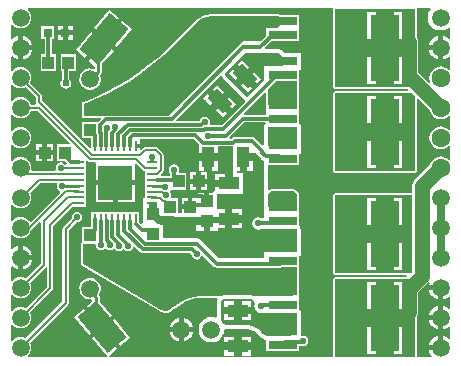
<source format=gtl>
G04*
G04 #@! TF.GenerationSoftware,Altium Limited,Altium Designer,18.1.7 (191)*
G04*
G04 Layer_Physical_Order=1*
G04 Layer_Color=255*
%FSLAX25Y25*%
%MOIN*%
G70*
G01*
G75*
%ADD19R,0.00984X0.03543*%
%ADD20R,0.03543X0.00984*%
%ADD21R,0.11339X0.11339*%
%ADD22R,0.03937X0.04331*%
%ADD23R,0.03150X0.03150*%
%ADD24R,0.09646X0.21850*%
%ADD25R,0.09646X0.03150*%
%ADD26R,0.04331X0.03937*%
G04:AMPARAMS|DCode=27|XSize=82.68mil|YSize=157.48mil|CornerRadius=0mil|HoleSize=0mil|Usage=FLASHONLY|Rotation=220.000|XOffset=0mil|YOffset=0mil|HoleType=Round|Shape=Rectangle|*
%AMROTATEDRECTD27*
4,1,4,-0.01895,0.08689,0.08228,-0.03375,0.01895,-0.08689,-0.08228,0.03375,-0.01895,0.08689,0.0*
%
%ADD27ROTATEDRECTD27*%

G04:AMPARAMS|DCode=28|XSize=82.68mil|YSize=157.48mil|CornerRadius=0mil|HoleSize=0mil|Usage=FLASHONLY|Rotation=140.000|XOffset=0mil|YOffset=0mil|HoleType=Round|Shape=Rectangle|*
%AMROTATEDRECTD28*
4,1,4,0.08228,0.03375,-0.01895,-0.08689,-0.08228,-0.03375,0.01895,0.08689,0.08228,0.03375,0.0*
%
%ADD28ROTATEDRECTD28*%

%ADD29R,0.07087X0.04331*%
%ADD30R,0.04331X0.07087*%
G04:AMPARAMS|DCode=31|XSize=43.31mil|YSize=70.87mil|CornerRadius=0mil|HoleSize=0mil|Usage=FLASHONLY|Rotation=45.000|XOffset=0mil|YOffset=0mil|HoleType=Round|Shape=Rectangle|*
%AMROTATEDRECTD31*
4,1,4,0.00974,-0.04037,-0.04037,0.00974,-0.00974,0.04037,0.04037,-0.00974,0.00974,-0.04037,0.0*
%
%ADD31ROTATEDRECTD31*%

%ADD48C,0.01000*%
%ADD49C,0.01000*%
%ADD50C,0.00800*%
%ADD51C,0.01200*%
%ADD52C,0.02500*%
%ADD53C,0.02000*%
%ADD54C,0.05000*%
%ADD55C,0.05906*%
%ADD56C,0.06299*%
%ADD57C,0.02410*%
%ADD58C,0.02600*%
%ADD59C,0.02200*%
%ADD60C,0.02400*%
G36*
X86500Y60146D02*
Y57479D01*
X85584Y56563D01*
X81896D01*
Y53944D01*
X80286Y52333D01*
X74116D01*
X49174Y27390D01*
X28579D01*
X28125Y27300D01*
X24300Y27300D01*
X21000Y30600D01*
X21000Y31100D01*
X22969Y31915D01*
X22969D01*
X24906Y32746D01*
X28717Y34548D01*
X32435Y36536D01*
X36051Y38703D01*
X39557Y41045D01*
X42943Y43556D01*
X46202Y46231D01*
X49325Y49062D01*
X50834Y50534D01*
X58256Y57956D01*
X58256Y57956D01*
X58256Y57956D01*
X58861Y58561D01*
X60283Y59511D01*
X61864Y60166D01*
X63541Y60500D01*
X64397Y60500D01*
X86146Y60500D01*
X86500Y60146D01*
D02*
G37*
G36*
X136742Y62690D02*
X136311Y62130D01*
X135886Y61102D01*
X135741Y60000D01*
X135886Y58898D01*
X136311Y57870D01*
X136988Y56988D01*
X137870Y56311D01*
X138898Y55886D01*
X140000Y55741D01*
X141102Y55886D01*
X142130Y56311D01*
X142691Y56742D01*
X143191Y56495D01*
Y53100D01*
X142691Y52918D01*
X141993Y53453D01*
X141032Y53851D01*
X140750Y53888D01*
Y50000D01*
Y46112D01*
X141032Y46149D01*
X141993Y46547D01*
X142691Y47082D01*
X143191Y46900D01*
Y42779D01*
X142717Y42619D01*
X142674Y42674D01*
X141891Y43275D01*
X140979Y43653D01*
X140000Y43782D01*
X139021Y43653D01*
X138109Y43275D01*
X137326Y42674D01*
X136725Y41891D01*
X136347Y40979D01*
X136218Y40000D01*
X136347Y39021D01*
X136572Y38479D01*
X136148Y38195D01*
X132580Y41763D01*
Y44900D01*
Y49900D01*
Y51900D01*
X132473Y52709D01*
X132161Y53463D01*
X132102Y53540D01*
Y62900D01*
X132297Y63190D01*
X136495D01*
X136742Y62690D01*
D02*
G37*
G36*
X131453Y36900D02*
X104953D01*
Y62900D01*
X131453D01*
Y36900D01*
D02*
G37*
G36*
X87319Y46981D02*
X87319Y43768D01*
X81226D01*
Y39386D01*
X75520Y33680D01*
X68274Y40926D01*
X68274Y41426D01*
X75019Y48171D01*
X86129Y48171D01*
X87319Y46981D01*
D02*
G37*
G36*
X-2534Y37466D02*
X-1792Y36897D01*
X-927Y36539D01*
X0Y36417D01*
X927Y36539D01*
X1700Y36858D01*
X5080Y33478D01*
Y31980D01*
X5158Y31590D01*
X5205Y31520D01*
X4938Y31020D01*
X3423D01*
X3103Y31792D01*
X2534Y32534D01*
X1792Y33103D01*
X927Y33461D01*
X0Y33583D01*
X-927Y33461D01*
X-1792Y33103D01*
X-2534Y32534D01*
X-2691Y32330D01*
X-3190Y32499D01*
Y37501D01*
X-2691Y37670D01*
X-2534Y37466D01*
D02*
G37*
G36*
X92142Y31376D02*
X87319Y30876D01*
X82319D01*
Y36053D01*
X85015Y38749D01*
X92142D01*
Y31376D01*
D02*
G37*
G36*
X81670Y34750D02*
Y30876D01*
X81860Y30417D01*
X81896Y30402D01*
Y28702D01*
X81896D01*
Y28563D01*
X81896D01*
Y27612D01*
X74585D01*
X74378Y28112D01*
X81208Y34941D01*
X81670Y34750D01*
D02*
G37*
G36*
X16391Y18267D02*
X16199Y17806D01*
X12178D01*
Y12275D01*
X14611D01*
X15432Y11454D01*
X15254Y11020D01*
X14776Y11001D01*
X14626Y11226D01*
X14063Y11601D01*
X13400Y11733D01*
X12737Y11601D01*
X12174Y11226D01*
X11799Y10663D01*
X11667Y10000D01*
X11782Y9420D01*
X11528Y8920D01*
X3906D01*
X3507Y9420D01*
X3583Y10000D01*
X3461Y10927D01*
X3103Y11792D01*
X2534Y12534D01*
X1792Y13103D01*
X927Y13461D01*
X0Y13583D01*
X-927Y13461D01*
X-1792Y13103D01*
X-2534Y12534D01*
X-2691Y12330D01*
X-3190Y12499D01*
Y17501D01*
X-2691Y17670D01*
X-2534Y17466D01*
X-1792Y16897D01*
X-927Y16539D01*
X0Y16417D01*
X927Y16539D01*
X1792Y16897D01*
X2534Y17466D01*
X3103Y18208D01*
X3461Y19073D01*
X3583Y20000D01*
X3461Y20927D01*
X3103Y21792D01*
X2534Y22534D01*
X1792Y23103D01*
X927Y23461D01*
X0Y23583D01*
X-927Y23461D01*
X-1792Y23103D01*
X-2534Y22534D01*
X-2691Y22330D01*
X-3190Y22499D01*
Y27501D01*
X-2691Y27670D01*
X-2534Y27466D01*
X-1792Y26897D01*
X-927Y26539D01*
X0Y26417D01*
X927Y26539D01*
X1792Y26897D01*
X2534Y27466D01*
X3103Y28208D01*
X3423Y28980D01*
X5678D01*
X16391Y18267D01*
D02*
G37*
G36*
X67068Y40479D02*
X67077Y40431D01*
X67358Y40010D01*
X74604Y32765D01*
X74604Y32765D01*
X74760Y32661D01*
X74853Y32050D01*
X74850Y32045D01*
X66993Y24187D01*
X63231D01*
X63039Y24547D01*
X63011Y24687D01*
X63133Y25300D01*
X63001Y25963D01*
X62626Y26526D01*
X62063Y26901D01*
X61400Y27033D01*
X60737Y26901D01*
X60174Y26526D01*
X59799Y25963D01*
X59724Y25590D01*
X52125D01*
X51934Y26052D01*
X66525Y40644D01*
X67068Y40479D01*
D02*
G37*
G36*
X104304Y62900D02*
Y36900D01*
X104494Y36441D01*
X104953Y36251D01*
X129074D01*
X129228Y36049D01*
X128981Y35549D01*
X104953D01*
X104494Y35359D01*
X104304Y34900D01*
Y8900D01*
X104494Y8441D01*
X104953Y8251D01*
X131453D01*
X131912Y8441D01*
X132102Y8900D01*
Y32744D01*
X132564Y32935D01*
X136327Y29172D01*
X136347Y29021D01*
X136725Y28109D01*
X137326Y27326D01*
X138109Y26725D01*
X139021Y26347D01*
X140000Y26218D01*
X140979Y26347D01*
X141891Y26725D01*
X142674Y27326D01*
X142717Y27382D01*
X143191Y27221D01*
Y22779D01*
X142717Y22618D01*
X142674Y22674D01*
X141891Y23275D01*
X140979Y23653D01*
X140000Y23782D01*
X139021Y23653D01*
X138109Y23275D01*
X137326Y22674D01*
X136725Y21891D01*
X136347Y20979D01*
X136218Y20000D01*
X136347Y19021D01*
X136725Y18109D01*
X137326Y17326D01*
X138109Y16725D01*
X139021Y16347D01*
X140000Y16218D01*
X140979Y16347D01*
X141891Y16725D01*
X142674Y17326D01*
X142717Y17381D01*
X143191Y17221D01*
Y12779D01*
X142717Y12619D01*
X142674Y12674D01*
X141891Y13275D01*
X140979Y13653D01*
X140000Y13782D01*
X139021Y13653D01*
X138109Y13275D01*
X137326Y12674D01*
X136725Y11891D01*
X136365Y11024D01*
X131542Y6200D01*
X131045Y5553D01*
X130733Y4798D01*
X130626Y3989D01*
X130626Y3989D01*
Y1549D01*
X104953D01*
X104494Y1359D01*
X104304Y900D01*
Y-25100D01*
X104494Y-25559D01*
X104953Y-25749D01*
X128596D01*
X128843Y-26249D01*
X128689Y-26451D01*
X104953D01*
X104494Y-26641D01*
X104304Y-27100D01*
Y-53100D01*
X104243Y-53190D01*
X29504D01*
X29322Y-52690D01*
X32160Y-50309D01*
X27067Y-44239D01*
X23862Y-46928D01*
X28697Y-52690D01*
X28464Y-53190D01*
X2499D01*
X2330Y-52690D01*
X2534Y-52534D01*
X3103Y-51792D01*
X3461Y-50927D01*
X3583Y-50000D01*
X3461Y-49073D01*
X3142Y-48300D01*
X15721Y-35721D01*
X15942Y-35390D01*
X16020Y-35000D01*
Y-10822D01*
X18657Y-8185D01*
X18900Y-8233D01*
X19563Y-8101D01*
X20126Y-7726D01*
X20501Y-7163D01*
X20633Y-6500D01*
X20501Y-5837D01*
X20126Y-5274D01*
X19563Y-4899D01*
X18900Y-4767D01*
X18237Y-4899D01*
X17674Y-5274D01*
X17299Y-5837D01*
X17167Y-6500D01*
X17215Y-6743D01*
X14279Y-9679D01*
X14058Y-10010D01*
X13980Y-10400D01*
Y-34578D01*
X1700Y-46859D01*
X927Y-46539D01*
X0Y-46417D01*
X-927Y-46539D01*
X-1792Y-46897D01*
X-2534Y-47466D01*
X-2691Y-47670D01*
X-3190Y-47501D01*
Y-42500D01*
X-2691Y-42330D01*
X-2534Y-42534D01*
X-1792Y-43103D01*
X-927Y-43461D01*
X0Y-43583D01*
X927Y-43461D01*
X1792Y-43103D01*
X2534Y-42534D01*
X3103Y-41792D01*
X3461Y-40927D01*
X3583Y-40000D01*
X3461Y-39073D01*
X3142Y-38300D01*
X10621Y-30821D01*
X10842Y-30490D01*
X10920Y-30100D01*
Y-9522D01*
X17460Y-2982D01*
X21767D01*
Y955D01*
Y4892D01*
Y8829D01*
Y12238D01*
X22229Y12429D01*
X22579Y12079D01*
X22910Y11858D01*
X23300Y11780D01*
X24760D01*
X25131Y11469D01*
X25131Y11280D01*
Y5750D01*
X31600D01*
X38069D01*
Y11182D01*
X38569Y11389D01*
X40758Y9200D01*
X41089Y8979D01*
X41433Y8911D01*
Y4892D01*
Y-128D01*
X40763D01*
Y-2273D01*
X40713D01*
Y-8585D01*
X40243Y-8822D01*
X39582Y-8161D01*
Y-4833D01*
X23618D01*
Y-6679D01*
X23580Y-6736D01*
X23487Y-7205D01*
Y-9900D01*
X20335D01*
Y-14915D01*
X20279Y-14939D01*
X20279Y-14939D01*
X20088Y-15398D01*
X20088Y-21344D01*
X20088Y-21521D01*
X20122Y-21602D01*
X20110Y-21689D01*
X20202Y-22032D01*
X20255Y-22101D01*
X20266Y-22188D01*
X20443Y-22495D01*
X20512Y-22549D01*
X20546Y-22630D01*
X20796Y-22881D01*
X20877Y-22915D01*
X20930Y-22985D01*
X21083Y-23074D01*
X46536Y-37888D01*
X46536D01*
X46874Y-38085D01*
X46966Y-38098D01*
X47041Y-38153D01*
X47800Y-38347D01*
X47892Y-38333D01*
X47979Y-38366D01*
X48763Y-38344D01*
X48847Y-38306D01*
X48940Y-38314D01*
X49687Y-38078D01*
X49758Y-38018D01*
X49849Y-38000D01*
X50176Y-37784D01*
X50176Y-37784D01*
X50176Y-37784D01*
X53745Y-35423D01*
X54549Y-34932D01*
X56266Y-34127D01*
X58070Y-33584D01*
X59946Y-33308D01*
X60889Y-33274D01*
X65452Y-33274D01*
X65720Y-33773D01*
X65667Y-33852D01*
X65487Y-34286D01*
X65487Y-34286D01*
X65487Y-34286D01*
X65451Y-34468D01*
X65389Y-34782D01*
X65389Y-34782D01*
X65389Y-34782D01*
X65389Y-35017D01*
X65389Y-39629D01*
X64910Y-39972D01*
X64702Y-39886D01*
X63600Y-39741D01*
X62498Y-39886D01*
X61470Y-40311D01*
X60588Y-40988D01*
X59911Y-41870D01*
X59486Y-42898D01*
X59341Y-44000D01*
X59486Y-45102D01*
X59911Y-46130D01*
X60588Y-47012D01*
X61470Y-47689D01*
X62498Y-48114D01*
X63600Y-48259D01*
X64702Y-48114D01*
X65730Y-47689D01*
X66612Y-47012D01*
X67289Y-46130D01*
X67714Y-45102D01*
X67846Y-44104D01*
X67875Y-44038D01*
X67960Y-43936D01*
X68290Y-43725D01*
X68328Y-43728D01*
X68805Y-43823D01*
X68932Y-43823D01*
X69057Y-43848D01*
X69317Y-43848D01*
X75133Y-43848D01*
X75707Y-43876D01*
X76856Y-44104D01*
X77910Y-44541D01*
X78885Y-45192D01*
X79308Y-45576D01*
X80030Y-46298D01*
X80081Y-46332D01*
X80119Y-46379D01*
X80492Y-46688D01*
X80551Y-46720D01*
X80598Y-46767D01*
X80827Y-46920D01*
X80945Y-46969D01*
X81051Y-47040D01*
X81226Y-47112D01*
Y-47433D01*
X81896D01*
Y-51251D01*
X92742D01*
Y-49325D01*
X93322D01*
X93437Y-49401D01*
X94100Y-49533D01*
X94763Y-49401D01*
X95326Y-49026D01*
X95701Y-48463D01*
X95833Y-47800D01*
X95701Y-47137D01*
X95326Y-46574D01*
X94763Y-46199D01*
X94100Y-46067D01*
X93912Y-46104D01*
X93412Y-45694D01*
Y-43926D01*
X93437Y-43801D01*
X93437Y-38457D01*
X93338Y-37961D01*
X93058Y-37541D01*
X92742Y-37330D01*
Y-33437D01*
X92742D01*
Y-33298D01*
X92742D01*
Y-31243D01*
X92791Y-31124D01*
Y-23251D01*
X92742Y-23132D01*
Y-19433D01*
X93412D01*
Y-13743D01*
X93395D01*
X93395Y-10457D01*
X93296Y-9961D01*
X93015Y-9541D01*
X92742Y-9358D01*
Y-5437D01*
X92742D01*
Y-5298D01*
X92742D01*
Y-2396D01*
X92750Y-2378D01*
X92750Y800D01*
X92750Y800D01*
X92750Y1058D01*
X92700Y1178D01*
X92700Y1307D01*
X92502Y1785D01*
X92411Y1876D01*
X92361Y1995D01*
X91996Y2361D01*
X91876Y2411D01*
X91785Y2502D01*
X91307Y2700D01*
X91178Y2700D01*
X91059Y2749D01*
X90800Y2749D01*
X83900Y2750D01*
X83900Y2749D01*
X83622Y2750D01*
X83502Y2700D01*
X83373Y2700D01*
X82995Y2544D01*
X82607Y2724D01*
X82495Y2830D01*
Y10749D01*
X92742D01*
Y14567D01*
X93412D01*
Y18074D01*
X93437Y18199D01*
Y23543D01*
X93338Y24039D01*
X93058Y24459D01*
X92742Y24670D01*
Y28563D01*
X92742D01*
Y28702D01*
X92742D01*
Y31257D01*
X92791Y31376D01*
Y38749D01*
X92742Y38868D01*
Y42567D01*
X93412D01*
Y48257D01*
X87875D01*
X87045Y49087D01*
X87045Y49087D01*
X87045Y49087D01*
X86828Y49231D01*
X86624Y49368D01*
X86624Y49368D01*
X86624Y49368D01*
X86406Y49411D01*
X86129Y49466D01*
X86129Y49466D01*
X86129Y49466D01*
X81533Y49466D01*
X81341Y49928D01*
X83627Y52213D01*
X92742D01*
Y56563D01*
X92742Y56563D01*
Y56702D01*
X92742D01*
X92742Y57063D01*
Y61051D01*
X86384D01*
X86146Y61149D01*
X64397Y61149D01*
X63541Y61149D01*
X63480Y61124D01*
X63415Y61137D01*
X61737Y60803D01*
X61682Y60766D01*
X61615D01*
X60035Y60111D01*
X59988Y60064D01*
X59922Y60051D01*
X58500Y59101D01*
X58463Y59046D01*
X58402Y59020D01*
X57797Y58416D01*
X57797Y58416D01*
X50378Y50997D01*
X48880Y49535D01*
X45777Y46723D01*
X42543Y44069D01*
X39183Y41576D01*
X35704Y39252D01*
X32115Y37101D01*
X28425Y35129D01*
X24640Y33338D01*
X22716Y32514D01*
X21065Y31830D01*
X20335D01*
Y26693D01*
X24198D01*
X24300Y26651D01*
X26679Y26651D01*
X26870Y26189D01*
X25819Y25137D01*
X20335D01*
Y20000D01*
X23487D01*
Y17205D01*
X23580Y16736D01*
X23218Y16391D01*
X23156Y16366D01*
X7120Y32402D01*
Y33900D01*
X7042Y34290D01*
X6821Y34621D01*
X3142Y38300D01*
X3461Y39073D01*
X3583Y40000D01*
X3461Y40927D01*
X3103Y41792D01*
X2534Y42534D01*
X1792Y43103D01*
X927Y43461D01*
X0Y43583D01*
X-927Y43461D01*
X-1792Y43103D01*
X-2534Y42534D01*
X-2691Y42330D01*
X-3190Y42499D01*
Y46900D01*
X-2691Y47082D01*
X-1993Y46547D01*
X-1032Y46149D01*
X-750Y46112D01*
Y50000D01*
X-0D01*
D01*
X-750D01*
Y53888D01*
X-1032Y53851D01*
X-1993Y53453D01*
X-2691Y52918D01*
X-3190Y53100D01*
Y57501D01*
X-2691Y57670D01*
X-2534Y57466D01*
X-1792Y56897D01*
X-927Y56539D01*
X0Y56417D01*
X927Y56539D01*
X1792Y56897D01*
X2534Y57466D01*
X3103Y58208D01*
X3461Y59073D01*
X3583Y60000D01*
X3461Y60927D01*
X3103Y61792D01*
X2534Y62534D01*
X2330Y62690D01*
X2499Y63190D01*
X104110D01*
X104304Y62900D01*
D02*
G37*
G36*
X81711Y24665D02*
X81403Y24459D01*
X81123Y24039D01*
X81024Y23543D01*
Y17640D01*
X80524Y17433D01*
X78116Y19841D01*
X77719Y20107D01*
X77251Y20200D01*
X71371D01*
X70903Y20107D01*
X70506Y19841D01*
X70261Y19597D01*
X69775Y19644D01*
X69592Y20087D01*
X74669Y25165D01*
X81592D01*
X81711Y24665D01*
D02*
G37*
G36*
X92142Y18199D02*
X91319Y17376D01*
X87319Y17412D01*
X87284Y17376D01*
X82319D01*
Y23543D01*
X92142D01*
Y18199D01*
D02*
G37*
G36*
X79274Y13720D02*
X79278Y13714D01*
X80374Y12619D01*
X80992Y12206D01*
X81200Y12164D01*
Y-6693D01*
X80226D01*
X80119Y-6622D01*
X79300Y-6459D01*
X78481Y-6622D01*
X77786Y-7086D01*
X77322Y-7781D01*
X77159Y-8600D01*
X77322Y-9419D01*
X77786Y-10114D01*
X78481Y-10578D01*
X79300Y-10741D01*
X80119Y-10578D01*
X80226Y-10507D01*
X86331D01*
X86582Y-10457D01*
X92100D01*
X92100Y-17878D01*
X91746Y-18232D01*
X81226D01*
Y-20193D01*
X66169D01*
X60085Y-14110D01*
X59466Y-13696D01*
X58737Y-13551D01*
X47584D01*
Y-8966D01*
X46385D01*
Y-6996D01*
X46738Y-6643D01*
X56300Y-6643D01*
X56496Y-6447D01*
X58323D01*
Y-6768D01*
X61988D01*
Y-7768D01*
X62988D01*
Y-11236D01*
X65654D01*
Y-10223D01*
X68099D01*
Y-7058D01*
Y-3893D01*
X65424D01*
Y1318D01*
X74162D01*
Y8189D01*
X72195D01*
Y9020D01*
X73061D01*
Y13563D01*
X75561D01*
Y9020D01*
X77476D01*
Y13720D01*
X79274Y13720D01*
D02*
G37*
G36*
X131453Y34046D02*
Y8900D01*
X104953D01*
Y34900D01*
X130599D01*
X131453Y34046D01*
D02*
G37*
G36*
X59335Y17956D02*
Y14813D01*
X65665D01*
Y17140D01*
X70759D01*
X70876Y17044D01*
Y8750D01*
X70900D01*
Y8189D01*
X70679Y7918D01*
X70599D01*
Y4753D01*
X69349D01*
Y3503D01*
X64806D01*
Y2432D01*
X64508Y2233D01*
X64227Y1813D01*
X64203Y1694D01*
X62738D01*
Y-1075D01*
X61238D01*
Y1694D01*
X59023D01*
Y-46D01*
X57197D01*
Y-3012D01*
X56447D01*
Y-3762D01*
X53679D01*
Y-5198D01*
X52323D01*
Y-246D01*
X50362D01*
X50106Y166D01*
X50107Y254D01*
X50233Y889D01*
X50101Y1552D01*
X49781Y2032D01*
X49712Y2148D01*
X49986Y2667D01*
X50134Y2677D01*
X50134Y2677D01*
X55271D01*
Y8207D01*
X52991D01*
X52755Y8648D01*
X52790Y8700D01*
X52922Y9363D01*
X52790Y10027D01*
X52414Y10589D01*
X51852Y10965D01*
X51188Y11097D01*
X50525Y10965D01*
X49963Y10589D01*
X49587Y10027D01*
X49455Y9363D01*
X49587Y8700D01*
X49963Y8138D01*
X49965Y8136D01*
Y7208D01*
X49274D01*
X49253Y7212D01*
X46923D01*
X46716Y7712D01*
X47421Y8418D01*
X47642Y8748D01*
X47720Y9138D01*
Y14200D01*
X47642Y14590D01*
X47421Y14921D01*
X45821Y16521D01*
X45490Y16742D01*
X45100Y16820D01*
X41430D01*
X41040Y16742D01*
X40709Y16521D01*
X40244Y16056D01*
X39782Y16247D01*
Y16455D01*
X38490D01*
Y17955D01*
X39782D01*
Y19543D01*
X57747D01*
X59335Y17956D01*
D02*
G37*
G36*
X83900Y2100D02*
X83900Y2100D01*
X90800Y2100D01*
X91059Y2100D01*
X91536Y1902D01*
X91902Y1536D01*
X92100Y1058D01*
X92100Y800D01*
X92100D01*
X92100Y-2378D01*
X91355Y-3124D01*
X87354Y-3088D01*
X87319Y-3124D01*
X82854Y-3124D01*
X82500Y-2770D01*
X82500Y700D01*
X82500Y979D01*
X82713Y1493D01*
X83107Y1887D01*
X83622Y2100D01*
X83900Y2100D01*
D02*
G37*
G36*
X12239Y4524D02*
X12199Y4463D01*
X12067Y3800D01*
X12199Y3137D01*
X12574Y2574D01*
X13066Y2246D01*
X13240Y1712D01*
X3526Y-8002D01*
X2890Y-7931D01*
X2534Y-7466D01*
X1792Y-6897D01*
X927Y-6539D01*
X0Y-6417D01*
X-927Y-6539D01*
X-1792Y-6897D01*
X-2534Y-7466D01*
X-2691Y-7670D01*
X-3190Y-7501D01*
Y-2499D01*
X-2691Y-2330D01*
X-2534Y-2534D01*
X-1792Y-3103D01*
X-927Y-3461D01*
X0Y-3583D01*
X927Y-3461D01*
X1792Y-3103D01*
X2534Y-2534D01*
X3103Y-1792D01*
X3461Y-927D01*
X3583Y0D01*
X3461Y927D01*
X3142Y1700D01*
X6407Y4965D01*
X12003D01*
X12239Y4524D01*
D02*
G37*
G36*
X6680Y-8439D02*
Y-21878D01*
X1700Y-26858D01*
X927Y-26539D01*
X0Y-26417D01*
X-927Y-26539D01*
X-1792Y-26897D01*
X-2534Y-27466D01*
X-2691Y-27670D01*
X-3190Y-27501D01*
Y-23100D01*
X-2691Y-22918D01*
X-1993Y-23453D01*
X-1032Y-23851D01*
X-750Y-23888D01*
Y-20000D01*
Y-16112D01*
X-1032Y-16149D01*
X-1993Y-16547D01*
X-2691Y-17082D01*
X-3190Y-16900D01*
Y-12499D01*
X-2691Y-12330D01*
X-2534Y-12534D01*
X-1792Y-13103D01*
X-927Y-13461D01*
X0Y-13583D01*
X927Y-13461D01*
X1792Y-13103D01*
X2534Y-12534D01*
X3103Y-11792D01*
X3461Y-10927D01*
X3469Y-10869D01*
X3691Y-10721D01*
X6180Y-8231D01*
X6680Y-8439D01*
D02*
G37*
G36*
X130626Y-24688D02*
X130214Y-25100D01*
X104953D01*
Y900D01*
X130626D01*
Y-24688D01*
D02*
G37*
G36*
X25087Y-15784D02*
X25084Y-15800D01*
X25216Y-16463D01*
X25591Y-17026D01*
X26154Y-17401D01*
X26817Y-17533D01*
X27480Y-17401D01*
X28006Y-17050D01*
X28158Y-16989D01*
X28567D01*
X28584Y-17015D01*
X29147Y-17391D01*
X29810Y-17523D01*
X30473Y-17391D01*
X30861Y-17132D01*
X31488Y-17170D01*
X31584Y-17315D01*
X32147Y-17691D01*
X32810Y-17823D01*
X33473Y-17691D01*
X34036Y-17315D01*
X34118Y-17192D01*
X34618D01*
X34683Y-17289D01*
X35245Y-17665D01*
X35909Y-17797D01*
X36572Y-17665D01*
X37134Y-17289D01*
X37510Y-16727D01*
X37565Y-16452D01*
X38107Y-16287D01*
X39943Y-18123D01*
X40340Y-18388D01*
X40808Y-18481D01*
X56551D01*
X56967Y-18898D01*
X56967Y-18900D01*
X57099Y-19563D01*
X57474Y-20126D01*
X58037Y-20501D01*
X58700Y-20633D01*
X59363Y-20501D01*
X59926Y-20126D01*
X60301Y-19563D01*
X60318Y-19477D01*
X60861Y-19312D01*
X64514Y-22965D01*
X64911Y-23230D01*
X65379Y-23324D01*
X86343D01*
X86706Y-23251D01*
X92142D01*
Y-31124D01*
X90642Y-32624D01*
X77210Y-32624D01*
X77060Y-32594D01*
X76795Y-32541D01*
X76795Y-32541D01*
X76795Y-32541D01*
X76496Y-32541D01*
X67864Y-32541D01*
X67864Y-32541D01*
X67629Y-32541D01*
X67213Y-32624D01*
X60876Y-32624D01*
X60876Y-32624D01*
X59886Y-32660D01*
X57929Y-32948D01*
X56033Y-33519D01*
X54242Y-34359D01*
X53396Y-34875D01*
X49818Y-37242D01*
X49818Y-37242D01*
X49491Y-37458D01*
X48744Y-37695D01*
X47961Y-37717D01*
X47201Y-37524D01*
X46862Y-37327D01*
X21409Y-22512D01*
X21256Y-22423D01*
X21006Y-22172D01*
X20829Y-21864D01*
X20738Y-21521D01*
X20738Y-21344D01*
X20738Y-15398D01*
X24770Y-15398D01*
X25087Y-15784D01*
D02*
G37*
G36*
X8551Y-23081D02*
X8880Y-23233D01*
Y-29678D01*
X1700Y-36858D01*
X927Y-36539D01*
X0Y-36417D01*
X-927Y-36539D01*
X-1792Y-36897D01*
X-2534Y-37466D01*
X-2691Y-37670D01*
X-3190Y-37501D01*
X-3190Y-32500D01*
X-2691Y-32330D01*
X-2534Y-32534D01*
X-1792Y-33103D01*
X-927Y-33461D01*
X0Y-33583D01*
X927Y-33461D01*
X1792Y-33103D01*
X2534Y-32534D01*
X3103Y-31792D01*
X3461Y-30927D01*
X3583Y-30000D01*
X3461Y-29073D01*
X3142Y-28300D01*
X8380Y-23062D01*
X8551Y-23081D01*
D02*
G37*
G36*
X76496Y-33836D02*
X76795Y-33836D01*
X77348Y-34065D01*
X77771Y-34488D01*
X77934Y-34881D01*
X78000Y-35339D01*
Y-35340D01*
X78000D01*
X77931Y-35829D01*
X77879Y-36087D01*
X78042Y-36906D01*
X78159Y-37081D01*
X78338Y-37511D01*
X78889Y-38063D01*
X79610Y-38362D01*
X80000Y-38400D01*
X81226D01*
Y-38457D01*
X92142D01*
X92142Y-43801D01*
X89806Y-46136D01*
X82766Y-46136D01*
X82512Y-46136D01*
X82015Y-46038D01*
X81546Y-45843D01*
X81318Y-45691D01*
X80945Y-45382D01*
X80202Y-44638D01*
X79684Y-44169D01*
X78524Y-43393D01*
X77234Y-42859D01*
X75865Y-42587D01*
X75168Y-42553D01*
X75168Y-42553D01*
X75168Y-42553D01*
X69316Y-42553D01*
X69057Y-42553D01*
X68548Y-42452D01*
X68069Y-42253D01*
X67638Y-41965D01*
X67271Y-41598D01*
X66983Y-41167D01*
X66785Y-40688D01*
X66683Y-40179D01*
X66683Y-39920D01*
X66684Y-35017D01*
X66684Y-34782D01*
X66863Y-34348D01*
X67195Y-34016D01*
X67629Y-33836D01*
X67864Y-33836D01*
X67864Y-33836D01*
X76496Y-33836D01*
D02*
G37*
G36*
X135964Y-28194D02*
X136338Y-28512D01*
X136149Y-28968D01*
X136112Y-29250D01*
X140000D01*
Y-30000D01*
X140750D01*
Y-33888D01*
X141032Y-33851D01*
X141993Y-33453D01*
X142690Y-32918D01*
X143190Y-33100D01*
Y-36900D01*
X142690Y-37082D01*
X141993Y-36547D01*
X141032Y-36149D01*
X140750Y-36112D01*
Y-40000D01*
Y-43888D01*
X141032Y-43851D01*
X141993Y-43453D01*
X142690Y-42918D01*
X143190Y-43100D01*
Y-46900D01*
X142690Y-47082D01*
X141993Y-46547D01*
X141032Y-46149D01*
X140750Y-46112D01*
Y-50000D01*
X140000D01*
Y-50750D01*
X136112D01*
X136149Y-51032D01*
X136547Y-51993D01*
X137082Y-52690D01*
X136900Y-53190D01*
X132163D01*
X132102Y-53100D01*
Y-39740D01*
X132161Y-39663D01*
X132473Y-38909D01*
X132580Y-38100D01*
Y-31578D01*
X135964Y-28194D01*
X135964Y-28194D01*
D02*
G37*
G36*
X131453Y-53100D02*
X104953D01*
Y-27100D01*
X131453D01*
Y-53100D01*
D02*
G37*
%LPC*%
G36*
X139250Y53888D02*
X138968Y53851D01*
X138007Y53453D01*
X137181Y52819D01*
X136547Y51993D01*
X136149Y51032D01*
X136112Y50750D01*
X139250D01*
Y53888D01*
D02*
G37*
G36*
Y49250D02*
X136112D01*
X136149Y48968D01*
X136547Y48007D01*
X137181Y47181D01*
X138007Y46547D01*
X138968Y46149D01*
X139250Y46112D01*
Y49250D01*
D02*
G37*
G36*
X127276Y61825D02*
X124453D01*
Y52900D01*
X127276D01*
Y61825D01*
D02*
G37*
G36*
X118453D02*
X115630D01*
Y52900D01*
X118453D01*
Y61825D01*
D02*
G37*
G36*
X127276Y46900D02*
X124453D01*
Y37975D01*
X127276D01*
Y46900D01*
D02*
G37*
G36*
X118453D02*
X115630D01*
Y37975D01*
X118453D01*
Y46900D01*
D02*
G37*
G36*
X73793Y46030D02*
X72439Y44676D01*
X74768Y42347D01*
X76122Y43701D01*
X73793Y46030D01*
D02*
G37*
G36*
X70671Y42908D02*
X69317Y41554D01*
X71645Y39225D01*
X73000Y40579D01*
X70671Y42908D01*
D02*
G37*
G36*
X77890Y41934D02*
X76535Y40579D01*
X78864Y38251D01*
X80218Y39605D01*
X77890Y41934D01*
D02*
G37*
G36*
X74768Y38812D02*
X73413Y37457D01*
X75742Y35129D01*
X77096Y36483D01*
X74768Y38812D01*
D02*
G37*
G36*
X10822Y18006D02*
X8804D01*
Y15790D01*
X10822D01*
Y18006D01*
D02*
G37*
G36*
X7304D02*
X5285D01*
Y15790D01*
X7304D01*
Y18006D01*
D02*
G37*
G36*
X10822Y14290D02*
X8804D01*
Y12075D01*
X10822D01*
Y14290D01*
D02*
G37*
G36*
X7304D02*
X5285D01*
Y12075D01*
X7304D01*
Y14290D01*
D02*
G37*
G36*
X65442Y37679D02*
X64087Y36324D01*
X66416Y33996D01*
X67770Y35350D01*
X65442Y37679D01*
D02*
G37*
G36*
X62319Y34556D02*
X60965Y33202D01*
X63294Y30873D01*
X64648Y32228D01*
X62319Y34556D01*
D02*
G37*
G36*
X69538Y33582D02*
X68184Y32228D01*
X70512Y29899D01*
X71867Y31253D01*
X69538Y33582D01*
D02*
G37*
G36*
X66416Y30460D02*
X65062Y29106D01*
X67390Y26777D01*
X68745Y28131D01*
X66416Y30460D01*
D02*
G37*
G36*
X17328Y57375D02*
X15703D01*
Y55750D01*
X17328D01*
Y57375D01*
D02*
G37*
G36*
X14203D02*
X12578D01*
Y55750D01*
X14203D01*
Y57375D01*
D02*
G37*
G36*
X29536Y62571D02*
X24443Y56501D01*
X27647Y53812D01*
X32741Y59882D01*
X29536Y62571D01*
D02*
G37*
G36*
X17328Y54250D02*
X15703D01*
Y52625D01*
X17328D01*
Y54250D01*
D02*
G37*
G36*
X14203D02*
X12578D01*
Y52625D01*
X14203D01*
Y54250D01*
D02*
G37*
G36*
X750Y53888D02*
Y50750D01*
X3888D01*
X3851Y51032D01*
X3453Y51993D01*
X2819Y52819D01*
X1993Y53453D01*
X1032Y53851D01*
X750Y53888D01*
D02*
G37*
G36*
X33890Y58918D02*
X28796Y52848D01*
X32002Y50159D01*
X37095Y56229D01*
X33890Y58918D01*
D02*
G37*
G36*
X23478Y55352D02*
X18385Y49282D01*
X21590Y46593D01*
X26683Y52663D01*
X23478Y55352D01*
D02*
G37*
G36*
X3888Y49250D02*
X750D01*
Y46112D01*
X1032Y46149D01*
X1993Y46547D01*
X2819Y47181D01*
X3453Y48007D01*
X3851Y48968D01*
X3888Y49250D01*
D02*
G37*
G36*
X27832Y51699D02*
X22739Y45629D01*
X24638Y44035D01*
X24619Y43939D01*
X24719Y43432D01*
X24822Y43278D01*
Y43238D01*
X24322Y42871D01*
X23822Y43029D01*
X22888Y43070D01*
X21974Y42867D01*
X21145Y42435D01*
X20455Y41803D01*
X19952Y41014D01*
X19671Y40122D01*
X19630Y39188D01*
X19833Y38274D01*
X20265Y37445D01*
X20897Y36755D01*
X21686Y36252D01*
X22578Y35971D01*
X23512Y35930D01*
X24426Y36133D01*
X25255Y36565D01*
X25945Y37197D01*
X26448Y37986D01*
X26729Y38878D01*
X26770Y39812D01*
X26567Y40726D01*
X26481Y40891D01*
X26737Y41146D01*
X26737Y41146D01*
X26980Y41510D01*
X27066Y41939D01*
X27066Y41939D01*
Y43278D01*
X27169Y43432D01*
X27269Y43939D01*
X27176Y44408D01*
X31038Y49009D01*
X27832Y51699D01*
D02*
G37*
G36*
X11222Y57175D02*
X6872D01*
Y52825D01*
X8030D01*
Y47765D01*
X6685D01*
Y42235D01*
X11822D01*
Y47765D01*
X10477D01*
Y52825D01*
X11222D01*
Y57175D01*
D02*
G37*
G36*
X18515Y47765D02*
X13378D01*
Y42235D01*
X13826D01*
Y39442D01*
X13752Y39392D01*
X13354Y38797D01*
X13214Y38094D01*
X13354Y37392D01*
X13752Y36797D01*
X14347Y36399D01*
X15049Y36259D01*
X15752Y36399D01*
X16347Y36797D01*
X16745Y37392D01*
X16885Y38094D01*
X16745Y38797D01*
X16347Y39392D01*
X16273Y39442D01*
Y42235D01*
X18515D01*
Y47765D01*
D02*
G37*
G36*
X38069Y4250D02*
X32350D01*
Y-1469D01*
X38069D01*
Y4250D01*
D02*
G37*
G36*
X30850D02*
X25131D01*
Y-1469D01*
X30850D01*
Y4250D01*
D02*
G37*
G36*
X23512Y-26730D02*
X22578Y-26771D01*
X21686Y-27052D01*
X20897Y-27555D01*
X20265Y-28245D01*
X19833Y-29074D01*
X19630Y-29988D01*
X19671Y-30922D01*
X19952Y-31814D01*
X20455Y-32603D01*
X21145Y-33235D01*
X21974Y-33667D01*
X22888Y-33870D01*
X23492Y-33843D01*
X23882Y-34208D01*
X23849Y-34637D01*
X22158Y-36055D01*
X27252Y-42126D01*
X30457Y-39436D01*
X26460Y-34673D01*
X26425Y-34493D01*
X26322Y-34339D01*
Y-33000D01*
X26322Y-33000D01*
X26236Y-32571D01*
X26110Y-32383D01*
X26135Y-32355D01*
X26567Y-31526D01*
X26770Y-30612D01*
X26729Y-29678D01*
X26448Y-28786D01*
X25945Y-27997D01*
X25255Y-27365D01*
X24426Y-26933D01*
X23512Y-26730D01*
D02*
G37*
G36*
X54350Y-40112D02*
Y-43250D01*
X57488D01*
X57451Y-42968D01*
X57053Y-42007D01*
X56419Y-41181D01*
X55593Y-40547D01*
X54632Y-40149D01*
X54350Y-40112D01*
D02*
G37*
G36*
X52850Y-40112D02*
X52568Y-40149D01*
X51607Y-40547D01*
X50781Y-41181D01*
X50147Y-42007D01*
X49749Y-42968D01*
X49712Y-43250D01*
X52850D01*
Y-40112D01*
D02*
G37*
G36*
X21009Y-37020D02*
X17804Y-39709D01*
X22898Y-45779D01*
X26103Y-43090D01*
X21009Y-37020D01*
D02*
G37*
G36*
X52850Y-44750D02*
X49712D01*
X49749Y-45032D01*
X50147Y-45993D01*
X50781Y-46819D01*
X51607Y-47453D01*
X52568Y-47851D01*
X52850Y-47888D01*
Y-44750D01*
D02*
G37*
G36*
X57488D02*
X54350D01*
Y-47888D01*
X54632Y-47851D01*
X55593Y-47453D01*
X56419Y-46819D01*
X57053Y-45993D01*
X57451Y-45032D01*
X57488Y-44750D01*
D02*
G37*
G36*
X76943Y-46276D02*
X73650D01*
Y-48192D01*
X76943D01*
Y-46276D01*
D02*
G37*
G36*
X71150D02*
X67857D01*
Y-48192D01*
X71150D01*
Y-46276D01*
D02*
G37*
G36*
X31421Y-40585D02*
X28216Y-43275D01*
X33309Y-49345D01*
X36514Y-46655D01*
X31421Y-40585D01*
D02*
G37*
G36*
X76943Y-50692D02*
X73650D01*
Y-52607D01*
X76943D01*
Y-50692D01*
D02*
G37*
G36*
X71150D02*
X67857D01*
Y-52607D01*
X71150D01*
Y-50692D01*
D02*
G37*
G36*
X73892Y-3893D02*
X70599D01*
Y-5808D01*
X73892D01*
Y-3893D01*
D02*
G37*
G36*
Y-8308D02*
X70599D01*
Y-10223D01*
X73892D01*
Y-8308D01*
D02*
G37*
G36*
X60988Y-8768D02*
X58323D01*
Y-11236D01*
X60988D01*
Y-8768D01*
D02*
G37*
G36*
X127276Y33825D02*
X124453D01*
Y24900D01*
X127276D01*
Y33825D01*
D02*
G37*
G36*
X118453D02*
X115630D01*
Y24900D01*
X118453D01*
Y33825D01*
D02*
G37*
G36*
X127276Y18900D02*
X124453D01*
Y9975D01*
X127276D01*
Y18900D01*
D02*
G37*
G36*
X118453D02*
X115630D01*
Y9975D01*
X118453D01*
Y18900D01*
D02*
G37*
G36*
X65665Y12313D02*
X63750D01*
Y9020D01*
X65665D01*
Y12313D01*
D02*
G37*
G36*
X61250D02*
X59335D01*
Y9020D01*
X61250D01*
Y12313D01*
D02*
G37*
G36*
X62164Y8407D02*
X60145D01*
Y6192D01*
X62164D01*
Y8407D01*
D02*
G37*
G36*
X58645D02*
X56627D01*
Y6192D01*
X58645D01*
Y8407D01*
D02*
G37*
G36*
X68099Y7918D02*
X64806D01*
Y6003D01*
X68099D01*
Y7918D01*
D02*
G37*
G36*
X62164Y4692D02*
X60145D01*
Y2477D01*
X62164D01*
Y4692D01*
D02*
G37*
G36*
X58645D02*
X56627D01*
Y2477D01*
X58645D01*
Y4692D01*
D02*
G37*
G36*
X55697Y-46D02*
X53679D01*
Y-2262D01*
X55697D01*
Y-46D01*
D02*
G37*
G36*
X750Y-16112D02*
Y-19250D01*
X3888D01*
X3851Y-18968D01*
X3453Y-18007D01*
X2819Y-17181D01*
X1993Y-16547D01*
X1032Y-16149D01*
X750Y-16112D01*
D02*
G37*
G36*
X3888Y-20750D02*
X750D01*
Y-23888D01*
X1032Y-23851D01*
X1993Y-23453D01*
X2819Y-22819D01*
X3453Y-21993D01*
X3851Y-21032D01*
X3888Y-20750D01*
D02*
G37*
G36*
X127276Y-175D02*
X124453D01*
Y-9100D01*
X127276D01*
Y-175D01*
D02*
G37*
G36*
X118453D02*
X115630D01*
Y-9100D01*
X118453D01*
Y-175D01*
D02*
G37*
G36*
X127276Y-15100D02*
X124453D01*
Y-24025D01*
X127276D01*
Y-15100D01*
D02*
G37*
G36*
X118453D02*
X115630D01*
Y-24025D01*
X118453D01*
Y-15100D01*
D02*
G37*
G36*
X76943Y-34465D02*
X73650D01*
Y-36381D01*
X76943D01*
Y-34465D01*
D02*
G37*
G36*
X71150D02*
X67857D01*
Y-36381D01*
X71150D01*
Y-34465D01*
D02*
G37*
G36*
X76943Y-38881D02*
X73650D01*
Y-40796D01*
X76943D01*
Y-38881D01*
D02*
G37*
G36*
X71150D02*
X67857D01*
Y-40796D01*
X71150D01*
Y-38881D01*
D02*
G37*
G36*
X139250Y-30750D02*
X136112D01*
X136149Y-31032D01*
X136547Y-31993D01*
X137181Y-32819D01*
X138007Y-33453D01*
X138968Y-33851D01*
X139250Y-33888D01*
Y-30750D01*
D02*
G37*
G36*
Y-36112D02*
X138968Y-36149D01*
X138007Y-36547D01*
X137181Y-37181D01*
X136547Y-38007D01*
X136149Y-38968D01*
X136112Y-39250D01*
X139250D01*
Y-36112D01*
D02*
G37*
G36*
Y-40750D02*
X136112D01*
X136149Y-41032D01*
X136547Y-41993D01*
X137181Y-42819D01*
X138007Y-43453D01*
X138968Y-43851D01*
X139250Y-43888D01*
Y-40750D01*
D02*
G37*
G36*
Y-46112D02*
X138968Y-46149D01*
X138007Y-46547D01*
X137181Y-47181D01*
X136547Y-48007D01*
X136149Y-48968D01*
X136112Y-49250D01*
X139250D01*
Y-46112D01*
D02*
G37*
G36*
X127276Y-28175D02*
X124453D01*
Y-37100D01*
X127276D01*
Y-28175D01*
D02*
G37*
G36*
X118453D02*
X115630D01*
Y-37100D01*
X118453D01*
Y-28175D01*
D02*
G37*
G36*
X127276Y-43100D02*
X124453D01*
Y-52025D01*
X127276D01*
Y-43100D01*
D02*
G37*
G36*
X118453D02*
X115630D01*
Y-52025D01*
X118453D01*
Y-43100D01*
D02*
G37*
%LPD*%
D19*
X38490Y17205D02*
D03*
X36521D02*
D03*
X34553D02*
D03*
X32584D02*
D03*
X30616D02*
D03*
X28647D02*
D03*
X26679D02*
D03*
X24710D02*
D03*
Y-7205D02*
D03*
X26679D02*
D03*
X28647D02*
D03*
X30616D02*
D03*
X32584D02*
D03*
X34553D02*
D03*
X36521D02*
D03*
X38490D02*
D03*
D20*
X19395Y11890D02*
D03*
Y9921D02*
D03*
Y7953D02*
D03*
Y5984D02*
D03*
Y4016D02*
D03*
Y2047D02*
D03*
Y79D02*
D03*
Y-1890D02*
D03*
X43805D02*
D03*
Y79D02*
D03*
Y2047D02*
D03*
Y4016D02*
D03*
Y5984D02*
D03*
Y7953D02*
D03*
Y9921D02*
D03*
Y11890D02*
D03*
D21*
X31600Y5000D02*
D03*
D22*
X56447Y-3012D02*
D03*
X49754D02*
D03*
X9253Y45000D02*
D03*
X15947D02*
D03*
X59395Y5442D02*
D03*
X52702D02*
D03*
X8054Y15040D02*
D03*
X14747D02*
D03*
D23*
X9047Y55000D02*
D03*
X14953D02*
D03*
D24*
X121453Y-12100D02*
D03*
Y21900D02*
D03*
Y-40100D02*
D03*
Y49900D02*
D03*
D25*
X87319Y-21076D02*
D03*
Y-16588D02*
D03*
Y-7612D02*
D03*
Y-3124D02*
D03*
Y12924D02*
D03*
Y17412D02*
D03*
Y26388D02*
D03*
Y30876D02*
D03*
Y-49076D02*
D03*
Y-44588D02*
D03*
Y-35612D02*
D03*
Y-31124D02*
D03*
Y40924D02*
D03*
Y45412D02*
D03*
Y54388D02*
D03*
Y58876D02*
D03*
D26*
X23100Y-12468D02*
D03*
Y-19161D02*
D03*
Y22569D02*
D03*
Y29261D02*
D03*
X61988Y-7768D02*
D03*
Y-1075D02*
D03*
X44149Y-5511D02*
D03*
Y-12204D02*
D03*
D27*
X45858Y-27492D02*
D03*
X27159Y-43182D02*
D03*
D28*
X46439Y37065D02*
D03*
X27740Y52755D02*
D03*
D29*
X69349Y4753D02*
D03*
Y-7058D02*
D03*
X72400Y-49442D02*
D03*
Y-37631D02*
D03*
D30*
X62500Y13563D02*
D03*
X74311D02*
D03*
D31*
X66416Y32228D02*
D03*
X74768Y40579D02*
D03*
D48*
X25944Y43939D02*
D03*
Y41939D02*
D03*
X25200Y-35000D02*
D03*
Y-33000D02*
D03*
D49*
X23200Y39500D02*
X23505D01*
X25944Y41939D01*
X23200Y-31000D02*
Y-30300D01*
Y-31000D02*
X25200Y-33000D01*
X25944Y50959D02*
X27740Y52755D01*
X25944Y43939D02*
Y50959D01*
Y41939D02*
Y43939D01*
X25200Y-35000D02*
Y-33000D01*
X13800Y3800D02*
X14016Y4016D01*
X19395D01*
X47973D02*
X48300Y3689D01*
X43805Y4016D02*
X47973D01*
X30616D02*
X31600Y5000D01*
D50*
X15000Y-10400D02*
X18900Y-6500D01*
X15000Y-35000D02*
Y-10400D01*
X0Y-50000D02*
X15000Y-35000D01*
X41430Y15800D02*
X45100D01*
X39830Y14200D02*
X41430Y15800D01*
X9900Y-30100D02*
Y-9100D01*
X0Y-40000D02*
X9900Y-30100D01*
Y-9100D02*
X17110Y-1890D01*
X0Y-10000D02*
X2970D01*
X15070Y2100D01*
X19342D01*
X17110Y-1890D02*
X19395D01*
X47055Y1955D02*
X48121Y889D01*
X48500D01*
X43897Y1955D02*
X47055D01*
X43805Y2047D02*
X43897Y1955D01*
X0Y40000D02*
X6100Y33900D01*
Y31980D02*
Y33900D01*
Y31980D02*
X23880Y14200D01*
X7700Y-7900D02*
X15679Y79D01*
X0Y-30000D02*
X7700Y-22300D01*
Y-7900D01*
X19342Y2100D02*
X19395Y2047D01*
X0Y0D02*
X5984Y5984D01*
X19395D01*
X0Y10000D02*
X2100Y7900D01*
X19342D01*
X19395Y7953D01*
X13400Y10000D02*
X13479Y9921D01*
X19395D01*
X45100Y15800D02*
X46700Y14200D01*
Y9138D02*
Y14200D01*
X45514Y7953D02*
X46700Y9138D01*
X43805Y7953D02*
X45514D01*
X41479Y9921D02*
X43805D01*
X38600Y12800D02*
X41479Y9921D01*
X23300Y12800D02*
X38600D01*
X6100Y30000D02*
X23300Y12800D01*
X23880Y14200D02*
X39830D01*
X0Y30000D02*
X6100D01*
X15679Y79D02*
X19395D01*
X48151Y-1211D02*
X49949Y-3009D01*
X47630Y-1211D02*
X48151D01*
X46432Y-13D02*
X47630Y-1211D01*
X43897Y-13D02*
X46432D01*
X49949Y-3158D02*
Y-3009D01*
X43805Y79D02*
X43897Y-13D01*
D51*
X62400Y20664D02*
X68438D01*
X36575Y22567D02*
X61050D01*
X37321Y20767D02*
X58254D01*
X67500Y22964D02*
X85460Y40924D01*
X61447Y22964D02*
X67500D01*
X61050Y22567D02*
X61447Y22964D01*
X50318Y26167D02*
X74251Y50100D01*
X28579Y26167D02*
X50318D01*
X26500Y24088D02*
X28579Y26167D01*
X31600Y22683D02*
Y23400D01*
X26500Y21592D02*
Y24088D01*
Y21592D02*
X26679Y21413D01*
Y17205D02*
Y21413D01*
X23000Y22468D02*
X24710Y20758D01*
Y17205D02*
Y20758D01*
X34553Y20544D02*
X36575Y22567D01*
X36521Y19967D02*
X37321Y20767D01*
X36521Y17205D02*
Y19967D01*
X43800Y12100D02*
Y13700D01*
X61400Y25300D02*
Y25462D01*
X68438Y20664D02*
X74163Y26388D01*
X60305Y24367D02*
X61400Y25462D01*
X71371Y18976D02*
X77251D01*
X70759Y18364D02*
X71371Y18976D01*
X60657Y18364D02*
X70759D01*
X28647Y22983D02*
X28800Y23135D01*
X85460Y40924D02*
X87319D01*
X77251Y18976D02*
X80626Y15601D01*
X86343Y-22100D02*
X87319Y-21124D01*
X65379Y-22100D02*
X86343D01*
X58737Y-15458D02*
X65379Y-22100D01*
X15049Y38094D02*
Y45000D01*
X51188Y6645D02*
X51849Y5984D01*
X51188Y6645D02*
Y9363D01*
X30616Y21698D02*
X31600Y22683D01*
X30616Y17205D02*
Y21698D01*
X32584Y21121D02*
X35830Y24367D01*
X32584Y17205D02*
Y21121D01*
X34553Y17205D02*
Y20544D01*
X79300Y-8600D02*
X86331D01*
X87319Y-7612D01*
X79783Y50100D02*
X84071Y54388D01*
X74251Y50100D02*
X79783D01*
X80020Y-36087D02*
X80496Y-35612D01*
X26700Y-15916D02*
Y-7900D01*
X16726Y11890D02*
X19395D01*
X13402Y15214D02*
X16726Y11890D01*
X29810Y-15789D02*
Y-15389D01*
X32810Y-16089D02*
Y-15311D01*
X30637Y-13138D02*
X32810Y-15311D01*
X30637Y-13138D02*
Y-7900D01*
X32606Y-12335D02*
X35909Y-15638D01*
X32606Y-12335D02*
Y-7900D01*
X34574Y-11024D02*
X40808Y-17258D01*
X34574Y-11024D02*
Y-7900D01*
X36543Y-10447D02*
X41554Y-15458D01*
X36543Y-10447D02*
Y-7900D01*
X26700Y-15916D02*
X26817Y-15800D01*
X35909Y-16063D02*
Y-15638D01*
X49257Y5984D02*
X51849D01*
X49253Y5989D02*
X49257Y5984D01*
X45571Y5989D02*
X49253D01*
X74163Y26388D02*
X87319D01*
X45567Y5984D02*
X45571Y5989D01*
X28647Y17205D02*
Y22983D01*
X35830Y24367D02*
X60305D01*
X42872Y-10927D02*
X44149Y-12204D01*
X40618Y-10927D02*
X42872D01*
X38599Y-8908D02*
X40618Y-10927D01*
X93528Y-48102D02*
X93829Y-47800D01*
X94100D01*
X88294Y-48102D02*
X93528D01*
X41554Y-15458D02*
X58737D01*
X40808Y-17258D02*
X57058D01*
X9253Y45000D02*
Y54794D01*
X57849Y-2358D02*
X60705D01*
X61988Y-1075D01*
X81722Y13967D02*
X86276D01*
X80626Y15062D02*
Y15601D01*
Y15062D02*
X81722Y13967D01*
X57058Y-17258D02*
X58700Y-18900D01*
X28669Y-14248D02*
X29810Y-15389D01*
X28669Y-14248D02*
Y-7900D01*
X58254Y20767D02*
X60657Y18364D01*
X84071Y54388D02*
X87319D01*
X24710Y-10758D02*
Y-7205D01*
X23000Y-12468D02*
X24710Y-10758D01*
X80496Y-35612D02*
X87319D01*
X58983Y413D02*
X60500D01*
X58636Y760D02*
X58983Y413D01*
X60500D02*
X61988Y-1075D01*
X9047Y55000D02*
X9253Y54794D01*
X87319Y-49076D02*
X88294Y-48102D01*
X15049Y45000D02*
X15947D01*
X86276Y13967D02*
X87319Y12924D01*
D52*
X69500Y4405D02*
X70500Y5405D01*
X69500Y4405D02*
Y5079D01*
X77776Y13500D02*
X79894Y11382D01*
X50558Y-7600D02*
X50726Y-7768D01*
X44149Y-5511D02*
X46237Y-7600D01*
X47800D02*
X50558D01*
X50600Y-7558D01*
X46237Y-7600D02*
X47800D01*
X44149Y-5511D02*
Y-2700D01*
X69626Y8874D02*
Y11038D01*
Y5931D02*
Y8874D01*
X69300Y5605D02*
X69626Y5931D01*
X77600Y13500D02*
X77776D01*
X75468D02*
X77600D01*
X75405Y13563D02*
X75468Y13500D01*
X70300Y5605D02*
X70500Y5405D01*
X50726Y-7768D02*
X61988D01*
X62500Y13563D02*
X63594D01*
X140000Y-20000D02*
Y-10000D01*
Y0D01*
D53*
X62350Y-7406D02*
X69500D01*
X61988Y-7768D02*
X62350Y-7406D01*
D54*
X129453Y40468D02*
X140000Y29921D01*
X133753Y3989D02*
X140000Y10236D01*
X129453Y-30283D02*
X133753Y-25983D01*
X129453Y-38100D02*
Y-30283D01*
Y49900D02*
Y51900D01*
Y44900D02*
Y49900D01*
Y40468D02*
Y44900D01*
Y39900D02*
Y40468D01*
X133753Y-25983D02*
Y3989D01*
D55*
X23200Y39500D02*
D03*
Y-30300D02*
D03*
X140000Y0D02*
D03*
Y-10000D02*
D03*
Y-50000D02*
D03*
Y-40000D02*
D03*
Y-30000D02*
D03*
Y-20000D02*
D03*
X0Y50000D02*
D03*
Y60000D02*
D03*
Y-20000D02*
D03*
Y-30000D02*
D03*
Y-40000D02*
D03*
Y-50000D02*
D03*
X63600Y-44000D02*
D03*
X53600D02*
D03*
X140000Y60000D02*
D03*
Y50000D02*
D03*
X0Y40000D02*
D03*
Y30000D02*
D03*
Y-10000D02*
D03*
Y0D02*
D03*
Y10000D02*
D03*
Y20000D02*
D03*
D56*
X140000D02*
D03*
Y10000D02*
D03*
Y40000D02*
D03*
Y30000D02*
D03*
D57*
X100600Y-3700D02*
D03*
X46373Y52527D02*
D03*
X8873Y37527D02*
D03*
X12623Y60027D02*
D03*
X50123Y15027D02*
D03*
X100600Y11300D02*
D03*
Y3800D02*
D03*
X36600Y45700D02*
D03*
X57623Y-49973D02*
D03*
X100600Y57200D02*
D03*
Y-11200D02*
D03*
Y49700D02*
D03*
X50123Y-49973D02*
D03*
X57623Y60027D02*
D03*
X35400Y-36800D02*
D03*
X35123Y60027D02*
D03*
X100600Y-43200D02*
D03*
Y18800D02*
D03*
X12623Y-29973D02*
D03*
X100600Y-50700D02*
D03*
X9800Y-48900D02*
D03*
X8873Y-37473D02*
D03*
Y22527D02*
D03*
X5123Y-29973D02*
D03*
X100600Y-18700D02*
D03*
X35123Y-49973D02*
D03*
X5123Y-14973D02*
D03*
X46373Y60027D02*
D03*
D58*
X21820Y-47727D02*
D03*
X22400Y57300D02*
D03*
X18886Y-43598D02*
D03*
X19164Y53425D02*
D03*
X25592Y61085D02*
D03*
X84105Y500D02*
D03*
X87319Y476D02*
D03*
X90533Y453D02*
D03*
X47800Y-7600D02*
D03*
X50600Y-7558D02*
D03*
X75700Y7500D02*
D03*
X79418Y-14600D02*
D03*
X66300Y13600D02*
D03*
X63500Y2989D02*
D03*
X69626Y8874D02*
D03*
X74549Y-7058D02*
D03*
X77018Y-16000D02*
D03*
X69349Y-3258D02*
D03*
X79400Y-17400D02*
D03*
X80092Y55800D02*
D03*
X77600Y13500D02*
D03*
X77500Y57500D02*
D03*
X80092Y59100D02*
D03*
X76700Y44950D02*
D03*
X63500Y7465D02*
D03*
X8100Y19300D02*
D03*
X84105Y34900D02*
D03*
X87319Y34876D02*
D03*
X90533Y34853D02*
D03*
Y-27147D02*
D03*
X87319Y-27124D02*
D03*
X84105Y-27100D02*
D03*
X83519Y-40424D02*
D03*
X90919D02*
D03*
X87219D02*
D03*
X25313Y-51259D02*
D03*
X78800Y10749D02*
D03*
X90533Y21388D02*
D03*
X87319Y21412D02*
D03*
X84105Y21435D02*
D03*
X58636Y13500D02*
D03*
X56400Y1156D02*
D03*
X78800Y43200D02*
D03*
Y46700D02*
D03*
D59*
X62400Y20664D02*
D03*
X31600Y23400D02*
D03*
X43800Y13700D02*
D03*
X61400Y25300D02*
D03*
X28800Y23135D02*
D03*
X13800Y3800D02*
D03*
X18900Y-6500D02*
D03*
X48500Y889D02*
D03*
X13400Y10000D02*
D03*
X51188Y9363D02*
D03*
X79300Y-8600D02*
D03*
X80020Y-36087D02*
D03*
X29810Y-15789D02*
D03*
X32810Y-16089D02*
D03*
X26817Y-15800D02*
D03*
X35909Y-16063D02*
D03*
X48300Y3689D02*
D03*
X94100Y-47800D02*
D03*
X58700Y-18900D02*
D03*
D60*
X62900Y29500D02*
D03*
X64800Y27700D02*
D03*
X60965Y31400D02*
D03*
X41100Y18200D02*
D03*
X21800Y-8185D02*
D03*
X35931Y5000D02*
D03*
Y669D02*
D03*
X2200Y-5000D02*
D03*
X35931Y9331D02*
D03*
X31600D02*
D03*
Y5000D02*
D03*
Y669D02*
D03*
X27269Y9331D02*
D03*
Y5000D02*
D03*
Y669D02*
D03*
X69700Y-45000D02*
D03*
X75100D02*
D03*
X72400D02*
D03*
X15049Y38094D02*
D03*
X69057Y34853D02*
D03*
X111453Y55900D02*
D03*
Y47900D02*
D03*
Y39900D02*
D03*
X107453Y59900D02*
D03*
Y51900D02*
D03*
Y43900D02*
D03*
X129453Y59900D02*
D03*
Y39900D02*
D03*
Y16900D02*
D03*
Y21900D02*
D03*
X107453Y11900D02*
D03*
X111453Y15900D02*
D03*
X107453Y19900D02*
D03*
X111453Y23900D02*
D03*
X107453Y27900D02*
D03*
X111453Y31900D02*
D03*
X129453Y-22100D02*
D03*
Y-17100D02*
D03*
Y-12100D02*
D03*
Y-7100D02*
D03*
X107453Y-22100D02*
D03*
X111453Y-18100D02*
D03*
X107453Y-14100D02*
D03*
X111453Y-10100D02*
D03*
X107453Y-6100D02*
D03*
X111453Y-2100D02*
D03*
X129453Y-47000D02*
D03*
Y-42775D02*
D03*
Y-38550D02*
D03*
Y-34325D02*
D03*
Y-30100D02*
D03*
X107453Y-47000D02*
D03*
X111453Y-43620D02*
D03*
X107453Y-40240D02*
D03*
X111453Y-36860D02*
D03*
X107453Y-33480D02*
D03*
X111453Y-30100D02*
D03*
X129453Y26900D02*
D03*
Y31900D02*
D03*
Y-2100D02*
D03*
Y54900D02*
D03*
Y44900D02*
D03*
Y49900D02*
D03*
M02*

</source>
